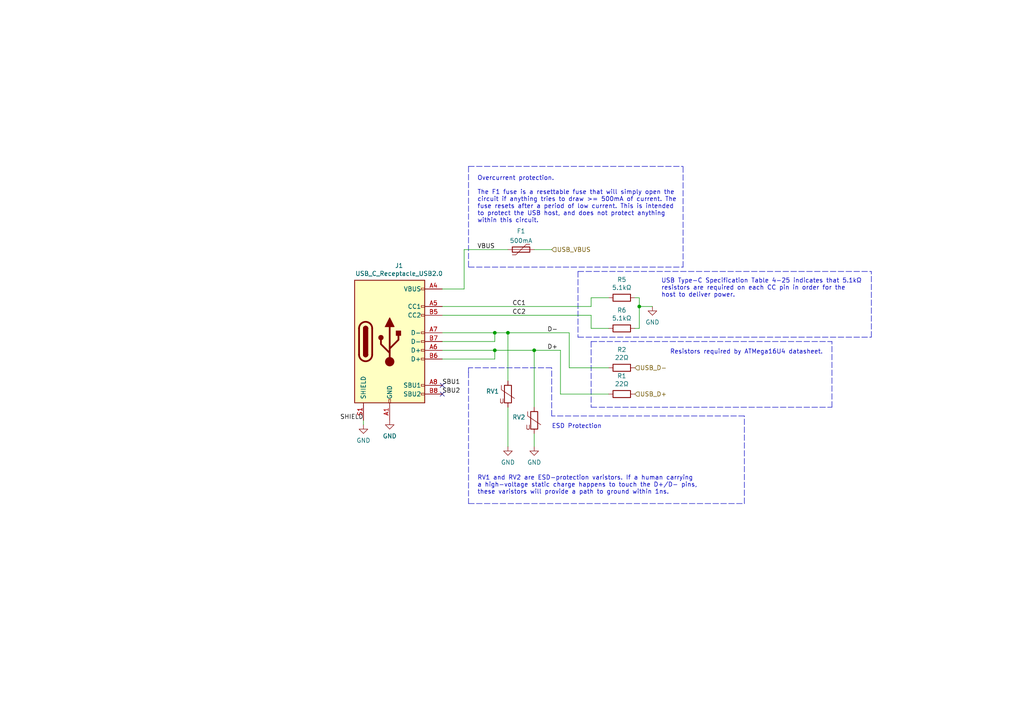
<source format=kicad_sch>
(kicad_sch (version 20210621) (generator eeschema)
  (paper "A4")
  (title_block (title "Wederian") (date "2021-10-24") (rev "0.2.0") (comment 1 "Mark Raynsford") (comment 2 "https://www.github.com/io7m/wederian"))
  (lib_symbols
    (symbol "Connector:USB_C_Receptacle_USB2.0" (pin_names (offset 1.016))
      (property "Reference" "J" (at -10.16 19.05 0))
      (property "Value" "USB_C_Receptacle_USB2.0" (at 19.05 19.05 0))
      (symbol "USB_C_Receptacle_USB2.0_0_0"
        (rectangle (start -0.254 -17.78) (end 0.254 -16.764))
        (rectangle (start 10.16 -14.986) (end 9.144 -15.494))
        (rectangle (start 10.16 -12.446) (end 9.144 -12.954))
        (rectangle (start 10.16 -4.826) (end 9.144 -5.334))
        (rectangle (start 10.16 -2.286) (end 9.144 -2.794))
        (rectangle (start 10.16 0.254) (end 9.144 -0.254))
        (rectangle (start 10.16 2.794) (end 9.144 2.286))
        (rectangle (start 10.16 7.874) (end 9.144 7.366))
        (rectangle (start 10.16 10.414) (end 9.144 9.906))
        (rectangle (start 10.16 15.494) (end 9.144 14.986))
      )
      (symbol "USB_C_Receptacle_USB2.0_0_1"
        (rectangle (start -10.16 17.78) (end 10.16 -17.78) (stroke (width 0.254)) (fill (type background)))
        (arc (start -8.89 -3.81) (mid -6.985 -5.715) (end -5.08 -3.81) (stroke (width 0.508)))
        (arc (start -7.62 -3.81) (mid -6.985 -4.445) (end -6.35 -3.81) (stroke (width 0.254)))
        (arc (start -7.62 -3.81) (mid -6.985 -4.445) (end -6.35 -3.81) (stroke (width 0.254)) (fill (type outline)))
        (rectangle (start -7.62 -3.81) (end -6.35 3.81) (stroke (width 0.254)) (fill (type outline)))
        (arc (start -6.35 3.81) (mid -6.985 4.445) (end -7.62 3.81) (stroke (width 0.254)))
        (arc (start -6.35 3.81) (mid -6.985 4.445) (end -7.62 3.81) (stroke (width 0.254)) (fill (type outline)))
        (arc (start -5.08 3.81) (mid -6.985 5.715) (end -8.89 3.81) (stroke (width 0.508)))
        (circle (center -2.54 1.143) (radius 0.635) (stroke (width 0.254)) (stroke (width 0.254)) (fill (type outline)))
        (circle (center 0 -5.842) (radius 1.27) (fill (type outline)))
        (polyline (pts (xy -8.89 -3.81) (xy -8.89 3.81)) (stroke (width 0.508)))
        (polyline (pts (xy -5.08 3.81) (xy -5.08 -3.81)) (stroke (width 0.508)))
        (polyline (pts (xy 0 -5.842) (xy 0 4.318)) (stroke (width 0.508)))
        (polyline (pts (xy 0 -3.302) (xy -2.54 -0.762) (xy -2.54 0.508)) (stroke (width 0.508)))
        (polyline (pts (xy 0 -2.032) (xy 2.54 0.508) (xy 2.54 1.778)) (stroke (width 0.508)))
        (polyline (pts (xy -1.27 4.318) (xy 0 6.858) (xy 1.27 4.318) (xy -1.27 4.318)) (stroke (width 0.254)) (fill (type outline)))
        (rectangle (start 1.905 1.778) (end 3.175 3.048) (stroke (width 0.254)) (fill (type outline)))
      )
      (symbol "USB_C_Receptacle_USB2.0_1_1"
        (pin passive line (at 0 -22.86 90) (length 5.08) (name "GND") (number "A1"))
        (pin passive line (at 0 -22.86 90) (length 5.08) hide (name "GND") (number "A12"))
        (pin passive line (at 15.24 15.24 180) (length 5.08) (name "VBUS") (number "A4"))
        (pin bidirectional line (at 15.24 10.16 180) (length 5.08) (name "CC1") (number "A5"))
        (pin bidirectional line (at 15.24 -2.54 180) (length 5.08) (name "D+") (number "A6"))
        (pin bidirectional line (at 15.24 2.54 180) (length 5.08) (name "D-") (number "A7"))
        (pin bidirectional line (at 15.24 -12.7 180) (length 5.08) (name "SBU1") (number "A8"))
        (pin passive line (at 15.24 15.24 180) (length 5.08) hide (name "VBUS") (number "A9"))
        (pin passive line (at 0 -22.86 90) (length 5.08) hide (name "GND") (number "B1"))
        (pin passive line (at 0 -22.86 90) (length 5.08) hide (name "GND") (number "B12"))
        (pin passive line (at 15.24 15.24 180) (length 5.08) hide (name "VBUS") (number "B4"))
        (pin bidirectional line (at 15.24 7.62 180) (length 5.08) (name "CC2") (number "B5"))
        (pin bidirectional line (at 15.24 -5.08 180) (length 5.08) (name "D+") (number "B6"))
        (pin bidirectional line (at 15.24 0 180) (length 5.08) (name "D-") (number "B7"))
        (pin bidirectional line (at 15.24 -15.24 180) (length 5.08) (name "SBU2") (number "B8"))
        (pin passive line (at 15.24 15.24 180) (length 5.08) hide (name "VBUS") (number "B9"))
        (pin passive line (at -7.62 -22.86 90) (length 5.08) (name "SHIELD") (number "S1"))
      )
    )
    (symbol "Device:Polyfuse" (pin_numbers hide) (pin_names (offset 0))
      (property "Reference" "F" (at -2.54 0 90))
      (property "Value" "Polyfuse" (at 2.54 0 90))
      (symbol "Polyfuse_0_1"
        (rectangle (start -0.762 2.54) (end 0.762 -2.54) (stroke (width 0.254)))
        (polyline (pts (xy 0 2.54) (xy 0 -2.54)))
        (polyline (pts (xy -1.524 2.54) (xy -1.524 1.524) (xy 1.524 -1.524) (xy 1.524 -2.54)))
      )
      (symbol "Polyfuse_1_1"
        (pin passive line (at 0 3.81 270) (length 1.27) (name "~") (number "1"))
        (pin passive line (at 0 -3.81 90) (length 1.27) (name "~") (number "2"))
      )
    )
    (symbol "Device:R" (pin_numbers hide) (pin_names (offset 0))
      (property "Reference" "R" (at 2.032 0 90))
      (property "Value" "R" (at 0 0 90))
      (symbol "R_0_1"
        (rectangle (start -1.016 -2.54) (end 1.016 2.54) (stroke (width 0.254)))
      )
      (symbol "R_1_1"
        (pin passive line (at 0 3.81 270) (length 1.27) (name "~") (number "1"))
        (pin passive line (at 0 -3.81 90) (length 1.27) (name "~") (number "2"))
      )
    )
    (symbol "Device:Varistor" (pin_numbers hide) (pin_names (offset 0))
      (property "Reference" "RV" (at 3.175 0 90))
      (property "Value" "Varistor" (at -3.175 0 90))
      (symbol "Varistor_0_0"
        (text "U" (at -1.778 -2.032 0) (effects (font (size 1.27 1.27))))
      )
      (symbol "Varistor_0_1"
        (rectangle (start -1.016 -2.54) (end 1.016 2.54) (stroke (width 0.254)))
        (polyline (pts (xy -1.905 2.54) (xy -1.905 1.27) (xy 1.905 -1.27)))
      )
      (symbol "Varistor_1_1"
        (pin passive line (at 0 3.81 270) (length 1.27) (name "~") (number "1"))
        (pin passive line (at 0 -3.81 90) (length 1.27) (name "~") (number "2"))
      )
    )
    (symbol "power:GND" (power) (pin_names (offset 0))
      (property "Value" "GND" (at 0 -3.81 0))
      (symbol "GND_0_1"
        (polyline (pts (xy 0 0) (xy 0 -1.27) (xy 1.27 -1.27) (xy 0 -2.54) (xy -1.27 -1.27) (xy 0 -1.27)))
      )
      (symbol "GND_1_1"
        (pin power_in line (at 0 0 270) (length 0) hide (name "GND") (number "1"))
      )
    )
  )
  (junction (at 143.51 96.52))
  (junction (at 143.51 101.6))
  (junction (at 147.32 96.52))
  (junction (at 154.94 101.6))
  (junction (at 185.42 88.9))
  (no_connect (at 128.27 111.76))
  (no_connect (at 128.27 114.3))
  (wire (pts (xy 105.41 121.92) (xy 105.41 123.19)))
  (wire (pts (xy 128.27 83.82) (xy 134.62 83.82)))
  (wire (pts (xy 128.27 88.9) (xy 171.45 88.9)))
  (wire (pts (xy 128.27 91.44) (xy 171.45 91.44)))
  (wire (pts (xy 128.27 96.52) (xy 143.51 96.52)))
  (wire (pts (xy 128.27 99.06) (xy 143.51 99.06)))
  (wire (pts (xy 128.27 101.6) (xy 143.51 101.6)))
  (wire (pts (xy 128.27 104.14) (xy 143.51 104.14)))
  (wire (pts (xy 134.62 72.39) (xy 147.32 72.39)))
  (wire (pts (xy 134.62 83.82) (xy 134.62 72.39)))
  (wire (pts (xy 143.51 96.52) (xy 147.32 96.52)))
  (wire (pts (xy 143.51 99.06) (xy 143.51 96.52)))
  (wire (pts (xy 143.51 101.6) (xy 154.94 101.6)))
  (wire (pts (xy 143.51 104.14) (xy 143.51 101.6)))
  (wire (pts (xy 147.32 96.52) (xy 147.32 110.49)))
  (wire (pts (xy 147.32 96.52) (xy 165.1 96.52)))
  (wire (pts (xy 147.32 118.11) (xy 147.32 129.54)))
  (wire (pts (xy 154.94 72.39) (xy 160.02 72.39)))
  (wire (pts (xy 154.94 101.6) (xy 154.94 118.11)))
  (wire (pts (xy 154.94 101.6) (xy 162.56 101.6)))
  (wire (pts (xy 154.94 125.73) (xy 154.94 129.54)))
  (wire (pts (xy 162.56 114.3) (xy 162.56 101.6)))
  (wire (pts (xy 165.1 106.68) (xy 165.1 96.52)))
  (wire (pts (xy 171.45 86.36) (xy 171.45 88.9)))
  (wire (pts (xy 171.45 91.44) (xy 171.45 95.25)))
  (wire (pts (xy 171.45 95.25) (xy 176.53 95.25)))
  (wire (pts (xy 176.53 86.36) (xy 171.45 86.36)))
  (wire (pts (xy 176.53 106.68) (xy 165.1 106.68)))
  (wire (pts (xy 176.53 114.3) (xy 162.56 114.3)))
  (wire (pts (xy 184.15 86.36) (xy 185.42 86.36)))
  (wire (pts (xy 184.15 95.25) (xy 185.42 95.25)))
  (wire (pts (xy 185.42 86.36) (xy 185.42 88.9)))
  (wire (pts (xy 185.42 88.9) (xy 185.42 95.25)))
  (wire (pts (xy 185.42 88.9) (xy 189.23 88.9)))
  (polyline (pts (xy 135.89 48.26) (xy 135.89 77.47)))
  (polyline (pts (xy 135.89 48.26) (xy 198.12 48.26)))
  (polyline (pts (xy 135.89 77.47) (xy 198.12 77.47)))
  (polyline (pts (xy 135.89 106.68) (xy 135.89 107.95)))
  (polyline (pts (xy 135.89 107.95) (xy 135.89 146.05)))
  (polyline (pts (xy 135.89 146.05) (xy 215.9 146.05)))
  (polyline (pts (xy 160.02 106.68) (xy 135.89 106.68)))
  (polyline (pts (xy 160.02 120.65) (xy 160.02 106.68)))
  (polyline (pts (xy 167.64 78.74) (xy 167.64 97.79)))
  (polyline (pts (xy 167.64 78.74) (xy 252.73 78.74)))
  (polyline (pts (xy 167.64 97.79) (xy 252.73 97.79)))
  (polyline (pts (xy 171.45 99.06) (xy 171.45 118.11)))
  (polyline (pts (xy 171.45 99.06) (xy 241.3 99.06)))
  (polyline (pts (xy 171.45 118.11) (xy 241.3 118.11)))
  (polyline (pts (xy 198.12 77.47) (xy 198.12 48.26)))
  (polyline (pts (xy 215.9 120.65) (xy 160.02 120.65)))
  (polyline (pts (xy 215.9 146.05) (xy 215.9 120.65)))
  (polyline (pts (xy 241.3 118.11) (xy 241.3 99.06)))
  (polyline (pts (xy 252.73 97.79) (xy 252.73 78.74)))
  (text "Overcurrent protection.\n\nThe F1 fuse is a resettable fuse that will simply open the\ncircuit if anything tries to draw >= 500mA of current. The \nfuse resets after a period of low current. This is intended \nto protect the USB host, and does not protect anything \nwithin this circuit." (at 138.43 64.77 0) (effects (font (size 1.27 1.27)) (justify left bottom)))
  (text "RV1 and RV2 are ESD-protection varistors. If a human carrying\na high-voltage static charge happens to touch the D+/D- pins,\nthese varistors will provide a path to ground within 1ns." (at 138.43 143.51 0) (effects (font (size 1.27 1.27)) (justify left bottom)))
  (text "ESD Protection" (at 160.02 124.46 0) (effects (font (size 1.27 1.27)) (justify left bottom)))
  (text "USB Type-C Specification Table 4-25 indicates that 5.1kΩ\nresistors are required on each CC pin in order for the\nhost to deliver power." (at 191.77 86.36 0) (effects (font (size 1.27 1.27)) (justify left bottom)))
  (text "Resistors required by ATMega16U4 datasheet." (at 194.31 102.87 0) (effects (font (size 1.27 1.27)) (justify left bottom)))
  (label "SHIELD" (at 105.41 121.92 180))
  (label "SBU1" (at 128.27 111.76 0))
  (label "SBU2" (at 128.27 114.3 0))
  (label "VBUS" (at 138.43 72.39 0))
  (label "CC1" (at 148.59 88.9 0))
  (label "CC2" (at 148.59 91.44 0))
  (label "D-" (at 158.75 96.52 0))
  (label "D+" (at 158.75 101.6 0))
  (hierarchical_label "USB_VBUS" (shape input) (at 160.02 72.39 0))
  (hierarchical_label "USB_D-" (shape input) (at 184.15 106.68 0))
  (hierarchical_label "USB_D+" (shape input) (at 184.15 114.3 0))
  (symbol (lib_id "power:GND") (at 105.41 123.19 0) (unit 1)
    (property "Reference" "#PWR0105" (effects hide))
    (property "Value" "GND" (at 105.41 127.7524 0))
  )
  (symbol (lib_id "power:GND") (at 113.03 121.92 0) (unit 1)
    (property "Reference" "#PWR0106" (effects hide))
    (property "Value" "GND" (at 113.03 126.4824 0))
  )
  (symbol (lib_id "power:GND") (at 147.32 129.54 0) (unit 1)
    (property "Reference" "#PWR0107" (effects hide))
    (property "Value" "GND" (at 147.32 134.1024 0))
  )
  (symbol (lib_id "power:GND") (at 154.94 129.54 0) (unit 1)
    (property "Reference" "#PWR0108" (effects hide))
    (property "Value" "GND" (at 154.94 134.1024 0))
  )
  (symbol (lib_id "power:GND") (at 189.23 88.9 0) (unit 1)
    (property "Reference" "#PWR0104" (effects hide))
    (property "Value" "GND" (at 189.23 93.4624 0))
  )
  (symbol (lib_id "Device:R") (at 180.34 86.36 270) (unit 1)
    (property "Reference" "R5" (at 180.34 81.1022 90))
    (property "Value" "5.1kΩ" (at 180.34 83.4136 90))
    (property "Footprint" "Resistor_SMD:R_0603_1608Metric" (effects hide))
  )
  (symbol (lib_id "Device:R") (at 180.34 95.25 270) (unit 1)
    (property "Reference" "R6" (at 180.34 89.9922 90))
    (property "Value" "5.1kΩ" (at 180.34 92.3036 90))
    (property "Footprint" "Resistor_SMD:R_0603_1608Metric" (effects hide))
  )
  (symbol (lib_id "Device:R") (at 180.34 106.68 270) (unit 1)
    (property "Reference" "R2" (at 180.34 101.4222 90))
    (property "Value" "22Ω" (at 180.34 103.7336 90))
    (property "Footprint" "Resistor_SMD:R_0603_1608Metric" (effects hide))
  )
  (symbol (lib_id "Device:R") (at 180.34 114.3 270) (unit 1)
    (property "Reference" "R1" (at 180.34 109.0422 90))
    (property "Value" "22Ω" (at 180.34 111.3536 90))
    (property "Footprint" "Resistor_SMD:R_0603_1608Metric" (effects hide))
  )
  (symbol (lib_id "Device:Polyfuse") (at 151.13 72.39 90) (unit 1)
    (property "Reference" "F1" (at 151.13 67.0265 90))
    (property "Value" "500mA" (at 151.13 69.8016 90))
    (property "Footprint" "Fuse:Fuse_1812_4532Metric" (effects hide))
    (property "Datasheet" "https://www.digikey.co.uk/en/products/detail/bourns-inc/MF-MSMF050-2/662816" (effects hide))
  )
  (symbol (lib_id "Device:Varistor") (at 147.32 114.3 0) (unit 1)
    (property "Reference" "RV1" (at 140.97 113.509 0) (effects (justify left)))
    (property "Value" "CG0603MLC-05E" (effects hide))
    (property "Footprint" "Resistor_SMD:R_0603_1608Metric" (effects hide))
    (property "Datasheet" "https://www.digikey.co.uk/en/products/detail/bourns-inc/CG0603MLC-05E/2538084" (effects hide))
  )
  (symbol (lib_id "Device:Varistor") (at 154.94 121.92 0) (unit 1)
    (property "Reference" "RV2" (at 148.59 121.0115 0) (effects (justify left)))
    (property "Value" "CG0603MLC-05E" (effects hide))
    (property "Footprint" "Resistor_SMD:R_0603_1608Metric" (effects hide))
    (property "Datasheet" "https://www.digikey.co.uk/en/products/detail/bourns-inc/CG0603MLC-05E/2538084" (effects hide))
  )
  (symbol (lib_id "Connector:USB_C_Receptacle_USB2.0") (at 113.03 99.06 0) (unit 1)
    (property "Reference" "J1" (at 115.7478 77.0382 0))
    (property "Value" "USB_C_Receptacle_USB2.0" (at 115.7478 79.3496 0))
    (property "Footprint" "Connector_USB:USB_C_Receptacle_Amphenol_12401610E4-2A" (effects hide))
    (property "Datasheet" "https://www.usb.org/sites/default/files/documents/usb_type-c.zip" (effects hide))
  )
)
</source>
